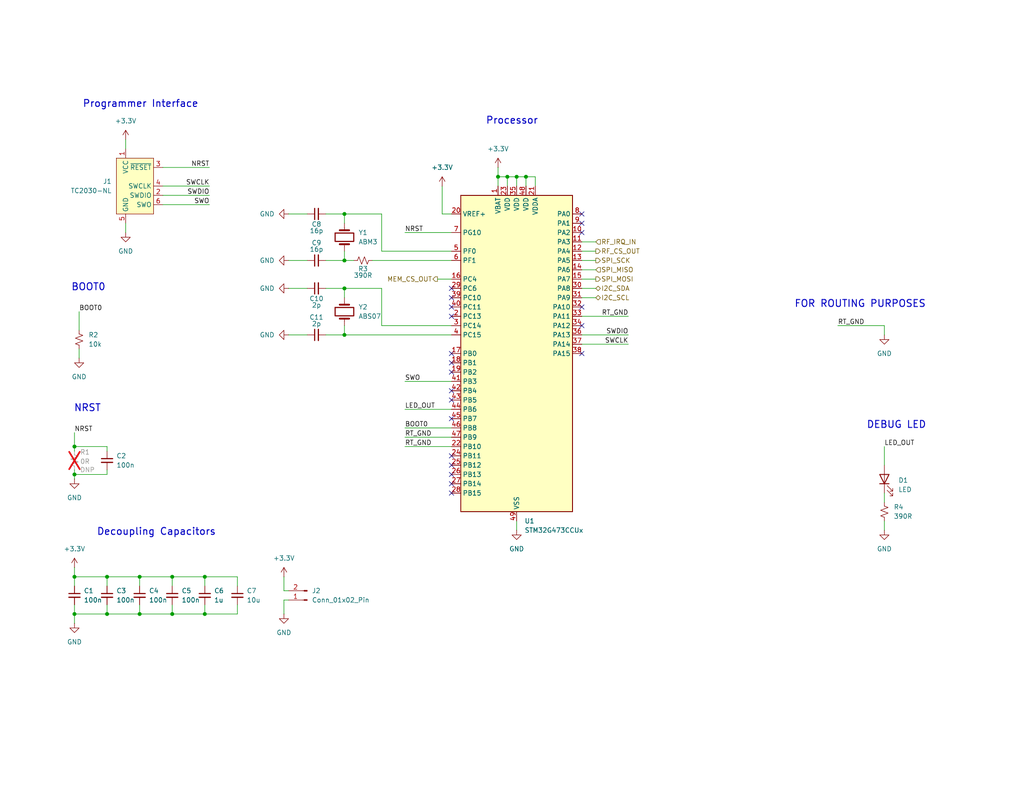
<source format=kicad_sch>
(kicad_sch (version 20250114) (generator "eeschema") (generator_version "9.0")
  (paper "USLetter")
  (title_block (title "Processor") (rev "1.0"))
  (lib_symbols
    (symbol "Connector:Conn_01x02_Pin" (pin_names (offset 1.016) (hide yes))
      (property "Reference" "J" (at 0 2.54 0))
      (property "Value" "Conn_01x02_Pin" (at 0 -5.08 0))
      (symbol "Conn_01x02_Pin_1_1"
        (rectangle (start 0.8636 0.127) (end 0 -0.127) (stroke (width 0.1524)) (fill (type outline)))
        (rectangle (start 0.8636 -2.413) (end 0 -2.667) (stroke (width 0.1524)) (fill (type outline)))
        (polyline (pts (xy 1.27 0) (xy 0.8636 0)) (stroke (width 0.1524)))
        (polyline (pts (xy 1.27 -2.54) (xy 0.8636 -2.54)) (stroke (width 0.1524)))
        (pin passive line (at 5.08 0 180) (length 3.81) (name "Pin_1") (number "1"))
        (pin passive line (at 5.08 -2.54 180) (length 3.81) (name "Pin_2") (number "2"))
      )
    )
    (symbol "Connector:Conn_ARM_SWD_TagConnect_TC2030-NL" (in_bom no)
      (property "Reference" "J" (at 2.54 11.43 0))
      (property "Value" "Conn_ARM_SWD_TagConnect_TC2030-NL" (at 2.54 8.89 0))
      (symbol "Conn_ARM_SWD_TagConnect_TC2030-NL_0_0"
        (pin power_in line (at -2.54 10.16 270) (length 2.54) (name "VCC") (number "1"))
        (pin power_in line (at -2.54 -10.16 90) (length 2.54) (name "GND") (number "5"))
        (pin open_collector line (at 7.62 5.08 180) (length 2.54) (name "~{RESET}") (number "3"))
        (pin output line (at 7.62 0 180) (length 2.54) (name "SWCLK") (number "4"))
        (pin bidirectional line (at 7.62 -2.54 180) (length 2.54) (name "SWDIO") (number "2"))
        (pin input line (at 7.62 -5.08 180) (length 2.54) (name "SWO") (number "6"))
      )
      (symbol "Conn_ARM_SWD_TagConnect_TC2030-NL_0_1"
        (rectangle (start -5.08 7.62) (end 5.08 -7.62) (fill (type background)))
      )
    )
    (symbol "Device:C_Small" (pin_numbers (hide yes)) (pin_names (offset 0.254) (hide yes))
      (property "Reference" "C" (at 0.254 1.778 0))
      (property "Value" "C_Small" (at 0.254 -2.032 0))
      (symbol "C_Small_0_1"
        (polyline (pts (xy -1.524 0.508) (xy 1.524 0.508)) (stroke (width 0.3048)))
        (polyline (pts (xy -1.524 -0.508) (xy 1.524 -0.508)) (stroke (width 0.3302)))
      )
      (symbol "C_Small_1_1"
        (pin passive line (at 0 2.54 270) (length 2.032) (name "~") (number "1"))
        (pin passive line (at 0 -2.54 90) (length 2.032) (name "~") (number "2"))
      )
    )
    (symbol "Device:LED" (pin_numbers (hide yes)) (pin_names (offset 1.016) (hide yes))
      (property "Reference" "D" (at 0 2.54 0))
      (property "Value" "LED" (at 0 -2.54 0))
      (symbol "LED_0_1"
        (polyline (pts (xy -3.048 -0.762) (xy -4.572 -2.286) (xy -3.81 -2.286) (xy -4.572 -2.286) (xy -4.572 -1.524)))
        (polyline (pts (xy -1.778 -0.762) (xy -3.302 -2.286) (xy -2.54 -2.286) (xy -3.302 -2.286) (xy -3.302 -1.524)))
        (polyline (pts (xy -1.27 0) (xy 1.27 0)))
        (polyline (pts (xy -1.27 -1.27) (xy -1.27 1.27)) (stroke (width 0.254)))
        (polyline (pts (xy 1.27 -1.27) (xy 1.27 1.27) (xy -1.27 0) (xy 1.27 -1.27)) (stroke (width 0.254)))
      )
      (symbol "LED_1_1"
        (pin passive line (at -3.81 0 0) (length 2.54) (name "K") (number "1"))
        (pin passive line (at 3.81 0 180) (length 2.54) (name "A") (number "2"))
      )
    )
    (symbol "Device:R_Small_US" (pin_numbers (hide yes)) (pin_names (offset 0.254) (hide yes))
      (property "Reference" "R" (at 0.762 0.508 0))
      (property "Value" "R_Small_US" (at 0.762 -1.016 0))
      (symbol "R_Small_US_1_1"
        (polyline (pts (xy 0 1.524) (xy 1.016 1.143) (xy 0 0.762) (xy -1.016 0.381) (xy 0 0)))
        (polyline (pts (xy 0 0) (xy 1.016 -0.381) (xy 0 -0.762) (xy -1.016 -1.143) (xy 0 -1.524)))
        (pin passive line (at 0 2.54 270) (length 1.016) (name "~") (number "1"))
        (pin passive line (at 0 -2.54 90) (length 1.016) (name "~") (number "2"))
      )
    )
    (symbol "MCU_ST_STM32G4:STM32G473CCUx"
      (property "Reference" "U" (at -15.24 44.45 0))
      (property "Value" "STM32G473CCUx" (at 7.62 44.45 0))
      (symbol "STM32G473CCUx_0_1"
        (rectangle (start -15.24 -43.18) (end 15.24 43.18) (stroke (width 0.254)) (fill (type background)))
      )
      (symbol "STM32G473CCUx_1_1"
        (pin input line (at -17.78 38.1 0) (length 2.54) (name "VREF+") (number "20"))
        (pin bidirectional line (at -17.78 33.02 0) (length 2.54) (name "PG10") (number "7"))
        (pin bidirectional line (at -17.78 27.94 0) (length 2.54) (name "PF0") (number "5"))
        (pin bidirectional line (at -17.78 25.4 0) (length 2.54) (name "PF1") (number "6"))
        (pin bidirectional line (at -17.78 20.32 0) (length 2.54) (name "PC4") (number "16"))
        (pin bidirectional line (at -17.78 17.78 0) (length 2.54) (name "PC6") (number "29"))
        (pin bidirectional line (at -17.78 15.24 0) (length 2.54) (name "PC10") (number "39"))
        (pin bidirectional line (at -17.78 12.7 0) (length 2.54) (name "PC11") (number "40"))
        (pin bidirectional line (at -17.78 10.16 0) (length 2.54) (name "PC13") (number "2"))
        (pin bidirectional line (at -17.78 7.62 0) (length 2.54) (name "PC14") (number "3"))
        (pin bidirectional line (at -17.78 5.08 0) (length 2.54) (name "PC15") (number "4"))
        (pin bidirectional line (at -17.78 0 0) (length 2.54) (name "PB0") (number "17"))
        (pin bidirectional line (at -17.78 -2.54 0) (length 2.54) (name "PB1") (number "18"))
        (pin bidirectional line (at -17.78 -5.08 0) (length 2.54) (name "PB2") (number "19"))
        (pin bidirectional line (at -17.78 -7.62 0) (length 2.54) (name "PB3") (number "41"))
        (pin bidirectional line (at -17.78 -10.16 0) (length 2.54) (name "PB4") (number "42"))
        (pin bidirectional line (at -17.78 -12.7 0) (length 2.54) (name "PB5") (number "43"))
        (pin bidirectional line (at -17.78 -15.24 0) (length 2.54) (name "PB6") (number "44"))
        (pin bidirectional line (at -17.78 -17.78 0) (length 2.54) (name "PB7") (number "45"))
        (pin bidirectional line (at -17.78 -20.32 0) (length 2.54) (name "PB8") (number "46"))
        (pin bidirectional line (at -17.78 -22.86 0) (length 2.54) (name "PB9") (number "47"))
        (pin bidirectional line (at -17.78 -25.4 0) (length 2.54) (name "PB10") (number "22"))
        (pin bidirectional line (at -17.78 -27.94 0) (length 2.54) (name "PB11") (number "24"))
        (pin bidirectional line (at -17.78 -30.48 0) (length 2.54) (name "PB12") (number "25"))
        (pin bidirectional line (at -17.78 -33.02 0) (length 2.54) (name "PB13") (number "26"))
        (pin bidirectional line (at -17.78 -35.56 0) (length 2.54) (name "PB14") (number "27"))
        (pin bidirectional line (at -17.78 -38.1 0) (length 2.54) (name "PB15") (number "28"))
        (pin power_in line (at -5.08 45.72 270) (length 2.54) (name "VBAT") (number "1"))
        (pin power_in line (at -2.54 45.72 270) (length 2.54) (name "VDD") (number "23"))
        (pin power_in line (at 0 45.72 270) (length 2.54) (name "VDD") (number "35"))
        (pin power_in line (at 0 -45.72 90) (length 2.54) (name "VSS") (number "49"))
        (pin power_in line (at 2.54 45.72 270) (length 2.54) (name "VDD") (number "48"))
        (pin power_in line (at 5.08 45.72 270) (length 2.54) (name "VDDA") (number "21"))
        (pin bidirectional line (at 17.78 38.1 180) (length 2.54) (name "PA0") (number "8"))
        (pin bidirectional line (at 17.78 35.56 180) (length 2.54) (name "PA1") (number "9"))
        (pin bidirectional line (at 17.78 33.02 180) (length 2.54) (name "PA2") (number "10"))
        (pin bidirectional line (at 17.78 30.48 180) (length 2.54) (name "PA3") (number "11"))
        (pin bidirectional line (at 17.78 27.94 180) (length 2.54) (name "PA4") (number "12"))
        (pin bidirectional line (at 17.78 25.4 180) (length 2.54) (name "PA5") (number "13"))
        (pin bidirectional line (at 17.78 22.86 180) (length 2.54) (name "PA6") (number "14"))
        (pin bidirectional line (at 17.78 20.32 180) (length 2.54) (name "PA7") (number "15"))
        (pin bidirectional line (at 17.78 17.78 180) (length 2.54) (name "PA8") (number "30"))
        (pin bidirectional line (at 17.78 15.24 180) (length 2.54) (name "PA9") (number "31"))
        (pin bidirectional line (at 17.78 12.7 180) (length 2.54) (name "PA10") (number "32"))
        (pin bidirectional line (at 17.78 10.16 180) (length 2.54) (name "PA11") (number "33"))
        (pin bidirectional line (at 17.78 7.62 180) (length 2.54) (name "PA12") (number "34"))
        (pin bidirectional line (at 17.78 5.08 180) (length 2.54) (name "PA13") (number "36"))
        (pin bidirectional line (at 17.78 2.54 180) (length 2.54) (name "PA14") (number "37"))
        (pin bidirectional line (at 17.78 0 180) (length 2.54) (name "PA15") (number "38"))
      )
    )
    (symbol "kjp_symlib:ABM3-48.000MHZ-B2-T" (pin_numbers (hide yes)) (pin_names (offset 1.016) (hide yes))
      (property "Reference" "Y" (at 0 3.81 0))
      (property "Value" "ABM3-48.000MHZ-B2-T" (at 0 -3.81 0))
      (symbol "ABM3-48.000MHZ-B2-T_0_1"
        (polyline (pts (xy -2.54 0) (xy -1.905 0)))
        (polyline (pts (xy -1.905 -1.27) (xy -1.905 1.27)) (stroke (width 0.508)))
        (rectangle (start -1.143 2.54) (end 1.143 -2.54) (stroke (width 0.3048)))
        (polyline (pts (xy 1.905 -1.27) (xy 1.905 1.27)) (stroke (width 0.508)))
        (polyline (pts (xy 2.54 0) (xy 1.905 0)))
      )
      (symbol "ABM3-48.000MHZ-B2-T_1_1"
        (pin passive line (at -3.81 0 0) (length 1.27) (name "1") (number "1"))
        (pin passive line (at 3.81 0 180) (length 1.27) (name "2") (number "2"))
      )
    )
    (symbol "kjp_symlib:ABS07-120-32.768KHZ-T" (pin_numbers (hide yes)) (pin_names (offset 1.016) (hide yes))
      (property "Reference" "Y" (at 0 3.81 0))
      (property "Value" "ABS07-120-32.768KHZ-T" (at 0 -3.81 0))
      (symbol "ABS07-120-32.768KHZ-T_0_1"
        (polyline (pts (xy -2.54 0) (xy -1.905 0)))
        (polyline (pts (xy -1.905 -1.27) (xy -1.905 1.27)) (stroke (width 0.508)))
        (rectangle (start -1.143 2.54) (end 1.143 -2.54) (stroke (width 0.3048)))
        (polyline (pts (xy 1.905 -1.27) (xy 1.905 1.27)) (stroke (width 0.508)))
        (polyline (pts (xy 2.54 0) (xy 1.905 0)))
      )
      (symbol "ABS07-120-32.768KHZ-T_1_1"
        (pin passive line (at -3.81 0 0) (length 1.27) (name "1") (number "1"))
        (pin passive line (at 3.81 0 180) (length 1.27) (name "2") (number "2"))
      )
    )
    (symbol "power:+3.3V" (power) (pin_numbers (hide yes)) (pin_names (offset 0) (hide yes))
      (property "Value" "+3.3V" (at 0 3.556 0))
      (symbol "+3.3V_0_1"
        (polyline (pts (xy -0.762 1.27) (xy 0 2.54)))
        (polyline (pts (xy 0 2.54) (xy 0.762 1.27)))
        (polyline (pts (xy 0 0) (xy 0 2.54)))
      )
      (symbol "+3.3V_1_1"
        (pin power_in line (at 0 0 90) (length 0) (name "~") (number "1"))
      )
    )
    (symbol "power:GND" (power) (pin_numbers (hide yes)) (pin_names (offset 0) (hide yes))
      (property "Value" "GND" (at 0 -3.81 0))
      (symbol "GND_0_1"
        (polyline (pts (xy 0 0) (xy 0 -1.27) (xy 1.27 -1.27) (xy 0 -2.54) (xy -1.27 -1.27) (xy 0 -1.27)))
      )
      (symbol "GND_1_1"
        (pin power_in line (at 0 0 270) (length 0) (name "~") (number "1"))
      )
    )
  )
  (text "Programmer Interface" (at 38.354 28.448 0) (effects (font (size 1.905 1.905) (thickness 0.254) (bold yes))))
  (text "Decoupling Capacitors" (at 42.672 145.288 0) (effects (font (size 1.905 1.905) (thickness 0.254) (bold yes))))
  (text "BOOT0" (at 24.13 78.486 0) (effects (font (size 1.905 1.905) (thickness 0.254) (bold yes))))
  (text "NRST" (at 23.876 111.506 0) (effects (font (size 1.905 1.905) (thickness 0.254) (bold yes))))
  (text "Processor" (at 139.7 33.02 0) (effects (font (size 1.905 1.905) (thickness 0.254) (bold yes))))
  (text "DEBUG LED" (at 244.602 116.078 0) (effects (font (size 1.905 1.905) (thickness 0.254) (bold yes))))
  (text "FOR ROUTING PURPOSES" (at 234.696 83.058 0) (effects (font (size 1.905 1.905) (thickness 0.254) (bold yes))))
  (junction (at 55.88 167.64))
  (junction (at 20.32 167.64))
  (junction (at 55.88 157.48))
  (junction (at 140.97 48.26))
  (junction (at 46.99 157.48))
  (junction (at 38.1 167.64))
  (junction (at 93.98 71.12))
  (junction (at 20.32 121.92))
  (junction (at 93.98 58.42))
  (junction (at 29.21 157.48))
  (junction (at 138.43 48.26))
  (junction (at 93.98 91.44))
  (junction (at 38.1 157.48))
  (junction (at 46.99 167.64))
  (junction (at 20.32 129.54))
  (junction (at 29.21 167.64))
  (junction (at 135.89 48.26))
  (junction (at 20.32 157.48))
  (junction (at 93.98 78.74))
  (junction (at 143.51 48.26))
  (no_connect (at 123.19 78.74))
  (no_connect (at 123.19 106.68))
  (no_connect (at 123.19 81.28))
  (no_connect (at 123.19 83.82))
  (no_connect (at 158.75 63.5))
  (no_connect (at 158.75 96.52))
  (no_connect (at 123.19 101.6))
  (no_connect (at 123.19 114.3))
  (no_connect (at 123.19 86.36))
  (no_connect (at 123.19 134.62))
  (no_connect (at 123.19 96.52))
  (no_connect (at 158.75 58.42))
  (no_connect (at 158.75 83.82))
  (no_connect (at 123.19 127))
  (no_connect (at 123.19 132.08))
  (no_connect (at 158.75 60.96))
  (no_connect (at 123.19 99.06))
  (no_connect (at 123.19 129.54))
  (no_connect (at 123.19 124.46))
  (no_connect (at 123.19 109.22))
  (no_connect (at 158.75 88.9))
  (wire (pts (xy 57.15 53.34) (xy 44.45 53.34)))
  (wire (pts (xy 140.97 48.26) (xy 138.43 48.26)))
  (wire (pts (xy 29.21 128.27) (xy 29.21 129.54)))
  (wire (pts (xy 64.77 157.48) (xy 64.77 160.02)))
  (wire (pts (xy 20.32 118.11) (xy 20.32 121.92)))
  (wire (pts (xy 29.21 157.48) (xy 38.1 157.48)))
  (wire (pts (xy 120.65 58.42) (xy 123.19 58.42)))
  (wire (pts (xy 101.6 71.12) (xy 123.19 71.12)))
  (wire (pts (xy 104.14 88.9) (xy 104.14 78.74)))
  (wire (pts (xy 78.74 161.29) (xy 77.47 161.29)))
  (wire (pts (xy 88.9 58.42) (xy 93.98 58.42)))
  (wire (pts (xy 241.3 134.62) (xy 241.3 137.16)))
  (wire (pts (xy 78.74 91.44) (xy 83.82 91.44)))
  (wire (pts (xy 158.75 71.12) (xy 162.56 71.12)))
  (wire (pts (xy 135.89 45.72) (xy 135.89 48.26)))
  (wire (pts (xy 123.19 121.92) (xy 110.49 121.92)))
  (wire (pts (xy 29.21 123.19) (xy 29.21 121.92)))
  (wire (pts (xy 158.75 68.58) (xy 162.56 68.58)))
  (wire (pts (xy 29.21 165.1) (xy 29.21 167.64)))
  (wire (pts (xy 123.19 91.44) (xy 93.98 91.44)))
  (wire (pts (xy 104.14 68.58) (xy 104.14 58.42)))
  (wire (pts (xy 104.14 68.58) (xy 123.19 68.58)))
  (wire (pts (xy 88.9 78.74) (xy 93.98 78.74)))
  (wire (pts (xy 20.32 129.54) (xy 29.21 129.54)))
  (wire (pts (xy 46.99 165.1) (xy 46.99 167.64)))
  (wire (pts (xy 78.74 163.83) (xy 77.47 163.83)))
  (wire (pts (xy 57.15 55.88) (xy 44.45 55.88)))
  (wire (pts (xy 55.88 165.1) (xy 55.88 167.64)))
  (wire (pts (xy 146.05 50.8) (xy 146.05 48.26)))
  (wire (pts (xy 158.75 91.44) (xy 171.45 91.44)))
  (wire (pts (xy 88.9 71.12) (xy 93.98 71.12)))
  (wire (pts (xy 55.88 160.02) (xy 55.88 157.48)))
  (wire (pts (xy 93.98 78.74) (xy 93.98 81.28)))
  (wire (pts (xy 110.49 63.5) (xy 123.19 63.5)))
  (wire (pts (xy 158.75 86.36) (xy 171.45 86.36)))
  (wire (pts (xy 241.3 121.92) (xy 241.3 127)))
  (wire (pts (xy 138.43 48.26) (xy 135.89 48.26)))
  (wire (pts (xy 104.14 78.74) (xy 93.98 78.74)))
  (wire (pts (xy 120.65 50.8) (xy 120.65 58.42)))
  (wire (pts (xy 38.1 157.48) (xy 38.1 160.02)))
  (wire (pts (xy 21.59 95.25) (xy 21.59 97.79)))
  (wire (pts (xy 55.88 167.64) (xy 64.77 167.64)))
  (wire (pts (xy 44.45 50.8) (xy 57.15 50.8)))
  (wire (pts (xy 20.32 165.1) (xy 20.32 167.64)))
  (wire (pts (xy 57.15 45.72) (xy 44.45 45.72)))
  (wire (pts (xy 158.75 76.2) (xy 162.56 76.2)))
  (wire (pts (xy 119.38 76.2) (xy 123.19 76.2)))
  (wire (pts (xy 110.49 111.76) (xy 123.19 111.76)))
  (wire (pts (xy 241.3 88.9) (xy 241.3 91.44)))
  (wire (pts (xy 135.89 48.26) (xy 135.89 50.8)))
  (wire (pts (xy 93.98 88.9) (xy 93.98 91.44)))
  (wire (pts (xy 46.99 157.48) (xy 46.99 160.02)))
  (wire (pts (xy 46.99 167.64) (xy 55.88 167.64)))
  (wire (pts (xy 78.74 78.74) (xy 83.82 78.74)))
  (wire (pts (xy 110.49 116.84) (xy 123.19 116.84)))
  (wire (pts (xy 143.51 48.26) (xy 143.51 50.8)))
  (wire (pts (xy 29.21 157.48) (xy 29.21 160.02)))
  (wire (pts (xy 123.19 119.38) (xy 110.49 119.38)))
  (wire (pts (xy 55.88 157.48) (xy 64.77 157.48)))
  (wire (pts (xy 20.32 154.94) (xy 20.32 157.48)))
  (wire (pts (xy 146.05 48.26) (xy 143.51 48.26)))
  (wire (pts (xy 77.47 157.48) (xy 77.47 161.29)))
  (wire (pts (xy 158.75 73.66) (xy 162.56 73.66)))
  (wire (pts (xy 110.49 104.14) (xy 123.19 104.14)))
  (wire (pts (xy 77.47 163.83) (xy 77.47 167.64)))
  (wire (pts (xy 38.1 167.64) (xy 46.99 167.64)))
  (wire (pts (xy 158.75 81.28) (xy 162.56 81.28)))
  (wire (pts (xy 241.3 88.9) (xy 228.6 88.9)))
  (wire (pts (xy 123.19 88.9) (xy 104.14 88.9)))
  (wire (pts (xy 78.74 71.12) (xy 83.82 71.12)))
  (wire (pts (xy 104.14 58.42) (xy 93.98 58.42)))
  (wire (pts (xy 20.32 121.92) (xy 20.32 123.19)))
  (wire (pts (xy 34.29 60.96) (xy 34.29 63.5)))
  (wire (pts (xy 38.1 157.48) (xy 46.99 157.48)))
  (wire (pts (xy 38.1 165.1) (xy 38.1 167.64)))
  (wire (pts (xy 20.32 157.48) (xy 29.21 157.48)))
  (wire (pts (xy 20.32 167.64) (xy 29.21 167.64)))
  (wire (pts (xy 140.97 142.24) (xy 140.97 144.78)))
  (wire (pts (xy 20.32 121.92) (xy 29.21 121.92)))
  (wire (pts (xy 20.32 128.27) (xy 20.32 129.54)))
  (wire (pts (xy 29.21 167.64) (xy 38.1 167.64)))
  (wire (pts (xy 158.75 78.74) (xy 162.56 78.74)))
  (wire (pts (xy 78.74 58.42) (xy 83.82 58.42)))
  (wire (pts (xy 158.75 93.98) (xy 171.45 93.98)))
  (wire (pts (xy 46.99 157.48) (xy 55.88 157.48)))
  (wire (pts (xy 93.98 71.12) (xy 93.98 68.58)))
  (wire (pts (xy 20.32 160.02) (xy 20.32 157.48)))
  (wire (pts (xy 64.77 167.64) (xy 64.77 165.1)))
  (wire (pts (xy 140.97 48.26) (xy 140.97 50.8)))
  (wire (pts (xy 88.9 91.44) (xy 93.98 91.44)))
  (wire (pts (xy 21.59 85.09) (xy 21.59 90.17)))
  (wire (pts (xy 138.43 48.26) (xy 138.43 50.8)))
  (wire (pts (xy 34.29 38.1) (xy 34.29 40.64)))
  (wire (pts (xy 158.75 66.04) (xy 162.56 66.04)))
  (wire (pts (xy 241.3 142.24) (xy 241.3 144.78)))
  (wire (pts (xy 20.32 167.64) (xy 20.32 170.18)))
  (wire (pts (xy 93.98 58.42) (xy 93.98 60.96)))
  (wire (pts (xy 96.52 71.12) (xy 93.98 71.12)))
  (wire (pts (xy 20.32 129.54) (xy 20.32 130.81)))
  (wire (pts (xy 143.51 48.26) (xy 140.97 48.26)))
  (label "BOOT0" (at 110.49 116.84 0))
  (label "SWCLK" (at 171.45 93.98 180))
  (label "LED_OUT" (at 241.3 121.92 0))
  (label "BOOT0" (at 21.59 85.09 0))
  (label "LED_OUT" (at 110.49 111.76 0))
  (label "NRST" (at 57.15 45.72 180))
  (label "RT_GND" (at 110.49 119.38 0))
  (label "RT_GND" (at 171.45 86.36 180))
  (label "SWO" (at 110.49 104.14 0))
  (label "SWDIO" (at 171.45 91.44 180))
  (label "NRST" (at 110.49 63.5 0))
  (label "SWO" (at 57.15 55.88 180))
  (label "RT_GND" (at 228.6 88.9 0))
  (label "SWCLK" (at 57.15 50.8 180))
  (label "NRST" (at 20.32 118.11 0))
  (label "SWDIO" (at 57.15 53.34 180))
  (label "RT_GND" (at 110.49 121.92 0))
  (hierarchical_label "SPI_MISO" (shape input) (at 162.56 73.66 0))
  (hierarchical_label "SPI_MOSI" (shape output) (at 162.56 76.2 0))
  (hierarchical_label "SPI_SCK" (shape output) (at 162.56 71.12 0))
  (hierarchical_label "RF_IRQ_IN" (shape input) (at 162.56 66.04 0))
  (hierarchical_label "MEM_CS_OUT" (shape output) (at 119.38 76.2 180))
  (hierarchical_label "I2C_SDA" (shape bidirectional) (at 162.56 78.74 0))
  (hierarchical_label "I2C_SCL" (shape bidirectional) (at 162.56 81.28 0))
  (hierarchical_label "RF_CS_OUT" (shape output) (at 162.56 68.58 0))
  (symbol (lib_id "Device:C_Small") (at 29.21 125.73 0) (unit 1)
    (property "Reference" "C2" (at 31.75 124.4662 0) (effects (justify left)))
    (property "Value" "100n" (at 31.75 127.0062 0) (effects (justify left)))
    (property "Footprint" "Capacitor_SMD:C_0402_1005Metric" (effects (hide yes)))
    (property "Description" "Unpolarized capacitor, small symbol" (effects (hide yes)))
  )
  (symbol (lib_id "kjp_symlib:ABM3-48.000MHZ-B2-T") (at 93.98 64.77 90) (unit 1)
    (property "Reference" "Y1" (at 97.79 63.4999 90) (effects (justify right)))
    (property "Value" "ABM3" (at 97.79 66.0399 90) (effects (justify right)))
    (property "Footprint" "kjp_fplib:ABM3-48.000MHZ-B2-T" (effects (hide yes)))
    (property "Datasheet" "https://abracon.com/Resonators/ABM3.pdf" (effects (hide yes)))
    (property "Description" "Two pin crystal" (effects (hide yes)))
  )
  (symbol (lib_id "power:GND") (at 78.74 78.74 270) (unit 1)
    (property "Reference" "#PWR013" (effects (hide yes)))
    (property "Value" "GND" (at 74.93 78.7399 90) (effects (justify right)))
    (property "Description" "Power symbol creates a global label with name \"GND\" , ground" (effects (hide yes)))
  )
  (symbol (lib_id "Device:C_Small") (at 86.36 71.12 90) (unit 1)
    (property "Reference" "C9" (at 86.36 66.294 90))
    (property "Value" "16p" (at 86.36 68.072 90))
    (property "Footprint" "Capacitor_SMD:C_0402_1005Metric" (effects (hide yes)))
    (property "Description" "Unpolarized capacitor, small symbol" (effects (hide yes)))
  )
  (symbol (lib_id "power:GND") (at 20.32 130.81 0) (unit 1)
    (property "Reference" "#PWR03" (effects (hide yes)))
    (property "Value" "GND" (at 20.32 135.89 0))
    (property "Description" "Power symbol creates a global label with name \"GND\" , ground" (effects (hide yes)))
  )
  (symbol (lib_id "Device:C_Small") (at 46.99 162.56 0) (unit 1)
    (property "Reference" "C5" (at 49.53 161.2962 0) (effects (justify left)))
    (property "Value" "100n" (at 49.53 163.8362 0) (effects (justify left)))
    (property "Footprint" "Capacitor_SMD:C_0402_1005Metric" (effects (hide yes)))
    (property "Description" "Unpolarized capacitor, small symbol" (effects (hide yes)))
  )
  (symbol (lib_id "power:GND") (at 77.47 167.64 0) (unit 1)
    (property "Reference" "#PWR010" (effects (hide yes)))
    (property "Value" "GND" (at 77.47 172.72 0))
    (property "Description" "Power symbol creates a global label with name \"GND\" , ground" (effects (hide yes)))
  )
  (symbol (lib_id "power:GND") (at 34.29 63.5 0) (unit 1)
    (property "Reference" "#PWR08" (effects (hide yes)))
    (property "Value" "GND" (at 34.29 68.58 0))
    (property "Description" "Power symbol creates a global label with name \"GND\" , ground" (effects (hide yes)))
  )
  (symbol (lib_id "power:+3.3V") (at 135.89 45.72 0) (unit 1)
    (property "Reference" "#PWR016" (effects (hide yes)))
    (property "Value" "+3.3V" (at 135.89 40.64 0))
    (property "Description" "Power symbol creates a global label with name \"+3.3V\"" (effects (hide yes)))
  )
  (symbol (lib_id "power:+3.3V") (at 34.29 38.1 0) (unit 1)
    (property "Reference" "#PWR07" (effects (hide yes)))
    (property "Value" "+3.3V" (at 34.29 33.02 0))
    (property "Description" "Power symbol creates a global label with name \"+3.3V\"" (effects (hide yes)))
  )
  (symbol (lib_id "power:+3.3V") (at 120.65 50.8 0) (unit 1)
    (property "Reference" "#PWR015" (effects (hide yes)))
    (property "Value" "+3.3V" (at 120.65 45.72 0))
    (property "Description" "Power symbol creates a global label with name \"+3.3V\"" (effects (hide yes)))
  )
  (symbol (lib_id "power:+3.3V") (at 20.32 154.94 0) (unit 1)
    (property "Reference" "#PWR04" (effects (hide yes)))
    (property "Value" "+3.3V" (at 20.32 149.86 0))
    (property "Description" "Power symbol creates a global label with name \"+3.3V\"" (effects (hide yes)))
  )
  (symbol (lib_id "Device:C_Small") (at 20.32 162.56 0) (unit 1)
    (property "Reference" "C1" (at 22.86 161.2962 0) (effects (justify left)))
    (property "Value" "100n" (at 22.86 163.8362 0) (effects (justify left)))
    (property "Footprint" "Capacitor_SMD:C_0402_1005Metric" (effects (hide yes)))
    (property "Description" "Unpolarized capacitor, small symbol" (effects (hide yes)))
  )
  (symbol (lib_id "power:GND") (at 20.32 170.18 0) (unit 1)
    (property "Reference" "#PWR05" (effects (hide yes)))
    (property "Value" "GND" (at 20.32 175.26 0))
    (property "Description" "Power symbol creates a global label with name \"GND\" , ground" (effects (hide yes)))
  )
  (symbol (lib_id "power:GND") (at 78.74 91.44 270) (unit 1)
    (property "Reference" "#PWR014" (effects (hide yes)))
    (property "Value" "GND" (at 74.93 91.4399 90) (effects (justify right)))
    (property "Description" "Power symbol creates a global label with name \"GND\" , ground" (effects (hide yes)))
  )
  (symbol (lib_id "Device:C_Small") (at 86.36 91.44 90) (unit 1)
    (property "Reference" "C11" (at 86.36 86.614 90))
    (property "Value" "2p" (at 86.36 88.392 90))
    (property "Footprint" "Capacitor_SMD:C_0402_1005Metric" (effects (hide yes)))
    (property "Description" "Unpolarized capacitor, small symbol" (effects (hide yes)))
  )
  (symbol (lib_id "Device:C_Small") (at 29.21 162.56 0) (unit 1)
    (property "Reference" "C3" (at 31.75 161.2962 0) (effects (justify left)))
    (property "Value" "100n" (at 31.75 163.8362 0) (effects (justify left)))
    (property "Footprint" "Capacitor_SMD:C_0402_1005Metric" (effects (hide yes)))
    (property "Description" "Unpolarized capacitor, small symbol" (effects (hide yes)))
  )
  (symbol (lib_id "Device:LED") (at 241.3 130.81 90) (unit 1)
    (property "Reference" "D1" (at 245.11 131.1274 90) (effects (justify right)))
    (property "Value" "LED" (at 245.11 133.6674 90) (effects (justify right)))
    (property "Footprint" "LED_SMD:LED_0402_1005Metric" (effects (hide yes)))
    (property "Description" "Light emitting diode" (effects (hide yes)))
    (property "Sim.Pins" "1=K 2=A" (effects (hide yes)))
  )
  (symbol (lib_id "Connector:Conn_ARM_SWD_TagConnect_TC2030-NL") (at 36.83 50.8 0) (unit 1) (in_bom no)
    (property "Reference" "J1" (at 30.48 49.5299 0) (effects (justify right)))
    (property "Value" "TC2030-NL" (at 30.48 52.0699 0) (effects (justify right)))
    (property "Footprint" "Connector:Tag-Connect_TC2030-IDC-NL_2x03_P1.27mm_Vertical" (effects (hide yes)))
    (property "Datasheet" "https://www.tag-connect.com/wp-content/uploads/bsk-pdf-manager/TC2030-CTX_1.pdf" (effects (hide yes)))
    (property "Description" "Tag-Connect ARM Cortex SWD JTAG connector, 6 pin, no legs" (effects (hide yes)))
  )
  (symbol (lib_id "power:GND") (at 140.97 144.78 0) (unit 1)
    (property "Reference" "#PWR017" (effects (hide yes)))
    (property "Value" "GND" (at 140.97 149.86 0))
    (property "Description" "Power symbol creates a global label with name \"GND\" , ground" (effects (hide yes)))
  )
  (symbol (lib_id "power:+3.3V") (at 77.47 157.48 0) (unit 1)
    (property "Reference" "#PWR09" (effects (hide yes)))
    (property "Value" "+3.3V" (at 77.47 152.4 0))
    (property "Description" "Power symbol creates a global label with name \"+3.3V\"" (effects (hide yes)))
  )
  (symbol (lib_id "Device:R_Small_US") (at 21.59 92.71 0) (unit 1)
    (property "Reference" "R2" (at 24.13 91.4399 0) (effects (justify left)))
    (property "Value" "10k" (at 24.13 93.9799 0) (effects (justify left)))
    (property "Footprint" "Resistor_SMD:R_0402_1005Metric" (effects (hide yes)))
    (property "Description" "Resistor, small US symbol" (effects (hide yes)))
  )
  (symbol (lib_id "power:GND") (at 241.3 91.44 0) (unit 1)
    (property "Reference" "#PWR018" (effects (hide yes)))
    (property "Value" "GND" (at 241.3 96.52 0))
    (property "Description" "Power symbol creates a global label with name \"GND\" , ground" (effects (hide yes)))
  )
  (symbol (lib_id "Device:C_Small") (at 64.77 162.56 0) (unit 1)
    (property "Reference" "C7" (at 67.31 161.2962 0) (effects (justify left)))
    (property "Value" "10u" (at 67.31 163.8362 0) (effects (justify left)))
    (property "Footprint" "Capacitor_SMD:C_0603_1608Metric" (effects (hide yes)))
    (property "Description" "Unpolarized capacitor, small symbol" (effects (hide yes)))
  )
  (symbol (lib_id "Device:R_Small_US") (at 99.06 71.12 90) (unit 1)
    (property "Reference" "R3" (at 99.06 73.406 90))
    (property "Value" "390R" (at 99.06 75.184 90))
    (property "Footprint" "Resistor_SMD:R_0402_1005Metric" (effects (hide yes)))
    (property "Description" "Resistor, small US symbol" (effects (hide yes)))
  )
  (symbol (lib_id "power:GND") (at 78.74 71.12 270) (unit 1)
    (property "Reference" "#PWR012" (effects (hide yes)))
    (property "Value" "GND" (at 74.93 71.1199 90) (effects (justify right)))
    (property "Description" "Power symbol creates a global label with name \"GND\" , ground" (effects (hide yes)))
  )
  (symbol (lib_id "Device:R_Small_US") (at 241.3 139.7 0) (unit 1)
    (property "Reference" "R4" (at 243.84 138.4299 0) (effects (justify left)))
    (property "Value" "390R" (at 243.84 140.9699 0) (effects (justify left)))
    (property "Footprint" "Resistor_SMD:R_0402_1005Metric" (effects (hide yes)))
    (property "Description" "Resistor, small US symbol" (effects (hide yes)))
  )
  (symbol (lib_id "Device:C_Small") (at 38.1 162.56 0) (unit 1)
    (property "Reference" "C4" (at 40.64 161.2962 0) (effects (justify left)))
    (property "Value" "100n" (at 40.64 163.8362 0) (effects (justify left)))
    (property "Footprint" "Capacitor_SMD:C_0402_1005Metric" (effects (hide yes)))
    (property "Description" "Unpolarized capacitor, small symbol" (effects (hide yes)))
  )
  (symbol (lib_id "Device:C_Small") (at 86.36 58.42 90) (unit 1)
    (property "Reference" "C8" (at 86.36 61.214 90))
    (property "Value" "16p" (at 86.36 62.992 90))
    (property "Footprint" "Capacitor_SMD:C_0402_1005Metric" (effects (hide yes)))
    (property "Description" "Unpolarized capacitor, small symbol" (effects (hide yes)))
  )
  (symbol (lib_id "Device:C_Small") (at 55.88 162.56 0) (unit 1)
    (property "Reference" "C6" (at 58.42 161.2962 0) (effects (justify left)))
    (property "Value" "1u" (at 58.42 163.8362 0) (effects (justify left)))
    (property "Footprint" "Capacitor_SMD:C_0402_1005Metric" (effects (hide yes)))
    (property "Description" "Unpolarized capacitor, small symbol" (effects (hide yes)))
  )
  (symbol (lib_id "power:GND") (at 78.74 58.42 270) (unit 1)
    (property "Reference" "#PWR011" (effects (hide yes)))
    (property "Value" "GND" (at 74.93 58.4199 90) (effects (justify right)))
    (property "Description" "Power symbol creates a global label with name \"GND\" , ground" (effects (hide yes)))
  )
  (symbol (lib_id "kjp_symlib:ABS07-120-32.768KHZ-T") (at 93.98 85.09 90) (unit 1)
    (property "Reference" "Y2" (at 97.79 83.8199 90) (effects (justify right)))
    (property "Value" "ABS07" (at 97.79 86.3599 90) (effects (justify right)))
    (property "Footprint" "kjp_fplib:ABS07-120-32.768KHZ-T" (effects (hide yes)))
    (property "Datasheet" "https://abracon.com/datasheets/ABS07-120-32.768kHz-T.pdf" (effects (hide yes)))
    (property "Description" "Two pin crystal" (effects (hide yes)))
  )
  (symbol (lib_id "MCU_ST_STM32G4:STM32G473CCUx") (at 140.97 96.52 0) (unit 1)
    (property "Reference" "U1" (at 143.1133 142.24 0) (effects (justify left)))
    (property "Value" "STM32G473CCUx" (at 143.1133 144.78 0) (effects (justify left)))
    (property "Footprint" "Package_DFN_QFN:QFN-48-1EP_7x7mm_P0.5mm_EP5.6x5.6mm" (effects (hide yes)))
    (property "Datasheet" "https://www.st.com/resource/en/datasheet/stm32g473cc.pdf" (effects (hide yes)))
    (property "Description" "STMicroelectronics Arm Cortex-M4 MCU, 256KB flash, 128KB RAM, 170 MHz, 1.71-3.6V, 42 GPIO, UFQFPN48" (effects (hide yes)))
  )
  (symbol (lib_id "power:GND") (at 21.59 97.79 0) (unit 1)
    (property "Reference" "#PWR06" (effects (hide yes)))
    (property "Value" "GND" (at 21.59 102.87 0))
    (property "Description" "Power symbol creates a global label with name \"GND\" , ground" (effects (hide yes)))
  )
  (symbol (lib_id "Device:C_Small") (at 86.36 78.74 90) (unit 1)
    (property "Reference" "C10" (at 86.36 81.534 90))
    (property "Value" "2p" (at 86.36 83.312 90))
    (property "Footprint" "Capacitor_SMD:C_0402_1005Metric" (effects (hide yes)))
    (property "Description" "Unpolarized capacitor, small symbol" (effects (hide yes)))
  )
  (symbol (lib_id "Connector:Conn_01x02_Pin") (at 83.82 163.83 180) (unit 1)
    (property "Reference" "J2" (at 85.09 161.2899 0) (effects (justify right)))
    (property "Value" "Conn_01x02_Pin" (at 85.09 163.8299 0) (effects (justify right)))
    (property "Footprint" "Connector_PinHeader_2.54mm:PinHeader_1x02_P2.54mm_Horizontal" (effects (hide yes)))
    (property "Description" "Generic connector, single row, 01x02, script generated" (effects (hide yes)))
  )
  (symbol (lib_id "power:GND") (at 241.3 144.78 0) (unit 1)
    (property "Reference" "#PWR019" (effects (hide yes)))
    (property "Value" "GND" (at 241.3 149.86 0))
    (property "Description" "Power symbol creates a global label with name \"GND\" , ground" (effects (hide yes)))
  )
  (symbol (lib_id "Device:R_Small_US") (at 20.32 125.73 0) (unit 1) (dnp yes)
    (property "Reference" "R1" (at 21.844 123.4439 0) (effects (justify left)))
    (property "Value" "0R" (at 21.844 125.9839 0) (effects (justify left)))
    (property "Footprint" "Resistor_SMD:R_0402_1005Metric" (effects (hide yes)))
    (property "Description" "Resistor, small US symbol" (effects (hide yes)))
    (property "Pop" "DNP" (at 23.876 128.27 0))
  )
)
</source>
